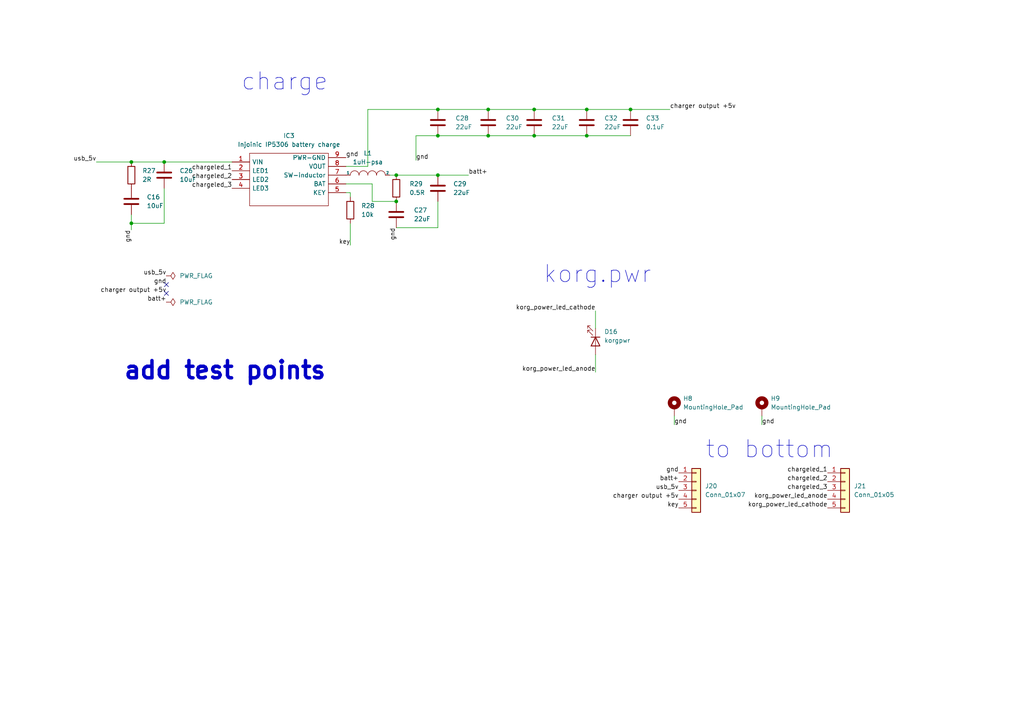
<source format=kicad_sch>
(kicad_sch (version 20211123) (generator eeschema)
  (paper "A4")
  (lib_symbols
    (symbol "Connector_Generic:Conn_01x05" (pin_names (offset 1.016) hide)
      (property "Reference" "J" (at 0 7.62 0))
      (property "Value" "Conn_01x05" (at 0 -7.62 0))
      (symbol "Conn_01x05_1_1"
        (rectangle (start -1.27 -4.953) (end 0 -5.207) (stroke (width 0.1524)))
        (rectangle (start -1.27 -2.413) (end 0 -2.667) (stroke (width 0.1524)))
        (rectangle (start -1.27 0.127) (end 0 -0.127) (stroke (width 0.1524)))
        (rectangle (start -1.27 2.667) (end 0 2.413) (stroke (width 0.1524)))
        (rectangle (start -1.27 5.207) (end 0 4.953) (stroke (width 0.1524)))
        (rectangle (start -1.27 6.35) (end 1.27 -6.35) (stroke (width 0.254)) (fill (type background)))
        (pin passive line (at -5.08 5.08 0) (length 3.81) (name "Pin_1") (number "1"))
        (pin passive line (at -5.08 2.54 0) (length 3.81) (name "Pin_2") (number "2"))
        (pin passive line (at -5.08 0 0) (length 3.81) (name "Pin_3") (number "3"))
        (pin passive line (at -5.08 -2.54 0) (length 3.81) (name "Pin_4") (number "4"))
        (pin passive line (at -5.08 -5.08 0) (length 3.81) (name "Pin_5") (number "5"))
      )
    )
    (symbol "Device:C" (pin_numbers hide) (pin_names (offset 0.254))
      (property "Reference" "C" (at 0.635 2.54 0))
      (property "Value" "C" (at 0.635 -2.54 0))
      (symbol "C_0_1"
        (polyline (pts (xy -2.032 -0.762) (xy 2.032 -0.762)) (stroke (width 0.508)))
        (polyline (pts (xy -2.032 0.762) (xy 2.032 0.762)) (stroke (width 0.508)))
      )
      (symbol "C_1_1"
        (pin passive line (at 0 3.81 270) (length 2.794) (name "~") (number "1"))
        (pin passive line (at 0 -3.81 90) (length 2.794) (name "~") (number "2"))
      )
    )
    (symbol "Device:LED" (pin_numbers hide) (pin_names (offset 1.016) hide)
      (property "Reference" "D" (at 0 2.54 0))
      (property "Value" "LED" (at 0 -2.54 0))
      (symbol "LED_0_1"
        (polyline (pts (xy -1.27 -1.27) (xy -1.27 1.27)) (stroke (width 0.254)))
        (polyline (pts (xy -1.27 0) (xy 1.27 0)))
        (polyline (pts (xy 1.27 -1.27) (xy 1.27 1.27) (xy -1.27 0) (xy 1.27 -1.27)) (stroke (width 0.254)))
        (polyline (pts (xy -3.048 -0.762) (xy -4.572 -2.286) (xy -3.81 -2.286) (xy -4.572 -2.286) (xy -4.572 -1.524)))
        (polyline (pts (xy -1.778 -0.762) (xy -3.302 -2.286) (xy -2.54 -2.286) (xy -3.302 -2.286) (xy -3.302 -1.524)))
      )
      (symbol "LED_1_1"
        (pin passive line (at -3.81 0 0) (length 2.54) (name "K") (number "1"))
        (pin passive line (at 3.81 0 180) (length 2.54) (name "A") (number "2"))
      )
    )
    (symbol "Device:R" (pin_numbers hide) (pin_names (offset 0))
      (property "Reference" "R" (at 2.032 0 90))
      (property "Value" "R" (at 0 0 90))
      (symbol "R_0_1"
        (rectangle (start -1.016 -2.54) (end 1.016 2.54) (stroke (width 0.254)))
      )
      (symbol "R_1_1"
        (pin passive line (at 0 3.81 270) (length 1.27) (name "~") (number "1"))
        (pin passive line (at 0 -3.81 90) (length 1.27) (name "~") (number "2"))
      )
    )
    (symbol "Mechanical:MountingHole_Pad" (pin_numbers hide) (pin_names (offset 1.016) hide)
      (property "Reference" "H" (at 0 6.35 0))
      (property "Value" "MountingHole_Pad" (at 0 4.445 0))
      (symbol "MountingHole_Pad_0_1"
        (circle (center 0 1.27) (radius 1.27) (stroke (width 1.27)))
      )
      (symbol "MountingHole_Pad_1_1"
        (pin input line (at 0 -2.54 90) (length 2.54) (name "1") (number "1"))
      )
    )
    (symbol "clarinoid2:Injoinic IP5306 battery charge" (pin_names (offset 0.762))
      (property "Reference" "IC" (at -11.43 10.16 0))
      (property "Value" "Injoinic IP5306 battery charge" (at -11.43 7.62 0))
      (symbol "Injoinic IP5306 battery charge_0_0"
        (pin power_in line (at -16.51 3.81 0) (length 5.08) (name "VIN") (number "1"))
        (pin output line (at -16.51 1.27 0) (length 5.08) (name "LED1") (number "2"))
        (pin output line (at -16.51 -1.27 0) (length 5.08) (name "LED2") (number "3"))
        (pin passive line (at -16.51 -3.81 0) (length 5.08) (name "LED3") (number "4"))
        (pin passive line (at 16.51 -5.08 180) (length 5.08) (name "KEY") (number "5"))
        (pin passive line (at 16.51 -2.54 180) (length 5.08) (name "BAT") (number "6"))
        (pin passive line (at 16.51 0 180) (length 5.08) (name "SW-inductor") (number "7"))
        (pin power_out line (at 16.51 2.54 180) (length 5.08) (name "VOUT") (number "8"))
        (pin power_out line (at 16.51 5.08 180) (length 5.08) (name "PWR-GND") (number "9"))
      )
      (symbol "Injoinic IP5306 battery charge_0_1"
        (polyline (pts (xy -11.43 6.35) (xy 11.43 6.35) (xy 11.43 -8.89) (xy -11.43 -8.89) (xy -11.43 6.35)) (stroke (width 0.1524)))
      )
    )
    (symbol "power:PWR_FLAG" (power) (pin_numbers hide) (pin_names (offset 0) hide)
      (property "Value" "PWR_FLAG" (at 0 3.81 0))
      (symbol "PWR_FLAG_0_0"
        (pin power_out line (at 0 0 90) (length 0) (name "pwr") (number "1"))
      )
      (symbol "PWR_FLAG_0_1"
        (polyline (pts (xy 0 0) (xy 0 1.27) (xy -1.016 1.905) (xy 0 2.54) (xy 1.016 1.905) (xy 0 1.27)))
      )
    )
    (symbol "pspice:INDUCTOR" (pin_numbers hide) (pin_names (offset 0))
      (property "Reference" "L" (at 0 2.54 0))
      (property "Value" "INDUCTOR" (at 0 -1.27 0))
      (symbol "INDUCTOR_0_1"
        (arc (start -2.54 0) (mid -3.81 1.27) (end -5.08 0))
        (arc (start 0 0) (mid -1.27 1.27) (end -2.54 0))
        (arc (start 2.54 0) (mid 1.27 1.27) (end 0 0))
        (arc (start 5.08 0) (mid 3.81 1.27) (end 2.54 0))
      )
      (symbol "INDUCTOR_1_1"
        (pin input line (at -6.35 0 0) (length 1.27) (name "1") (number "1"))
        (pin input line (at 6.35 0 180) (length 1.27) (name "2") (number "2"))
      )
    )
  )
  (junction (at 38.1 46.99))
  (junction (at 141.605 31.75))
  (junction (at 47.625 46.99))
  (junction (at 114.935 58.42))
  (junction (at 141.605 39.37))
  (junction (at 38.1 64.77))
  (junction (at 170.18 31.75))
  (junction (at 127 31.75))
  (junction (at 154.94 39.37))
  (junction (at 154.94 31.75))
  (junction (at 127 50.8))
  (junction (at 170.18 39.37))
  (junction (at 182.88 31.75))
  (junction (at 114.935 50.8))
  (junction (at 127 39.37))
  (no_connect (at 48.26 82.55))
  (no_connect (at 48.26 85.09))
  (wire (pts (xy 120.65 39.37) (xy 120.65 46.482)))
  (wire (pts (xy 47.625 64.77) (xy 38.1 64.77)))
  (wire (pts (xy 114.935 50.8) (xy 127 50.8)))
  (wire (pts (xy 127 66.04) (xy 127 58.42)))
  (wire (pts (xy 100.33 48.26) (xy 106.68 48.26)))
  (wire (pts (xy 38.1 64.77) (xy 38.1 66.675)))
  (wire (pts (xy 172.72 90.17) (xy 172.72 95.25)))
  (wire (pts (xy 101.6 71.12) (xy 101.6 64.77)))
  (wire (pts (xy 114.935 66.04) (xy 127 66.04)))
  (wire (pts (xy 38.1 62.23) (xy 38.1 64.77)))
  (wire (pts (xy 101.6 55.88) (xy 101.6 57.15)))
  (wire (pts (xy 182.88 39.37) (xy 170.18 39.37)))
  (wire (pts (xy 182.88 31.75) (xy 170.18 31.75)))
  (wire (pts (xy 141.605 31.75) (xy 127 31.75)))
  (wire (pts (xy 107.95 58.42) (xy 114.935 58.42)))
  (wire (pts (xy 107.95 53.34) (xy 107.95 58.42)))
  (wire (pts (xy 195.58 123.19) (xy 195.58 120.65)))
  (wire (pts (xy 170.18 31.75) (xy 154.94 31.75)))
  (wire (pts (xy 154.94 39.37) (xy 141.605 39.37)))
  (wire (pts (xy 194.31 31.75) (xy 182.88 31.75)))
  (wire (pts (xy 172.72 107.95) (xy 172.72 102.87)))
  (wire (pts (xy 27.94 46.99) (xy 38.1 46.99)))
  (wire (pts (xy 154.94 31.75) (xy 141.605 31.75)))
  (wire (pts (xy 127 39.37) (xy 120.65 39.37)))
  (wire (pts (xy 38.1 46.99) (xy 47.625 46.99)))
  (wire (pts (xy 106.68 48.26) (xy 106.68 31.75)))
  (wire (pts (xy 170.18 39.37) (xy 154.94 39.37)))
  (wire (pts (xy 106.68 31.75) (xy 127 31.75)))
  (wire (pts (xy 220.98 123.19) (xy 220.98 120.65)))
  (wire (pts (xy 141.605 39.37) (xy 127 39.37)))
  (wire (pts (xy 100.33 55.88) (xy 101.6 55.88)))
  (wire (pts (xy 47.625 54.61) (xy 47.625 64.77)))
  (wire (pts (xy 100.33 53.34) (xy 107.95 53.34)))
  (wire (pts (xy 113.03 50.8) (xy 114.935 50.8)))
  (wire (pts (xy 47.625 46.99) (xy 67.31 46.99)))
  (wire (pts (xy 127 50.8) (xy 135.89 50.8)))
  (text "to bottom" (at 204.47 133.35 0) (effects (font (size 5 5)) (justify left bottom)))
  (text "korg.pwr" (at 157.48 82.55 0) (effects (font (size 5 5)) (justify left bottom)))
  (text "add test points" (at 35.56 110.49 0) (effects (font (size 5 5) (thickness 1) bold) (justify left bottom)))
  (text "charge" (at 69.85 26.67 0) (effects (font (size 5 5)) (justify left bottom)))
  (label "usb_5v" (at 196.85 142.24 180))
  (label "chargeled_2" (at 67.31 52.07 180))
  (label "chargeled_2" (at 240.03 139.7 180))
  (label "chargeled_3" (at 67.31 54.61 180))
  (label "batt+" (at 48.26 87.63 180))
  (label "korg_power_led_cathode" (at 172.72 90.17 180))
  (label "chargeled_1" (at 67.31 49.53 180))
  (label "gnd" (at 38.1 66.675 270))
  (label "charger output +5v" (at 48.26 85.09 180))
  (label "gnd" (at 196.85 137.16 180))
  (label "usb_5v" (at 27.94 46.99 180))
  (label "gnd" (at 120.65 46.482 0))
  (label "gnd" (at 220.98 123.19 0))
  (label "charger output +5v" (at 196.85 144.78 180))
  (label "korg_power_led_cathode" (at 240.03 147.32 180))
  (label "usb_5v" (at 48.26 80.01 180))
  (label "charger output +5v" (at 194.31 31.75 0))
  (label "chargeled_3" (at 240.03 142.24 180))
  (label "gnd" (at 114.935 66.04 270))
  (label "gnd" (at 48.26 82.55 180))
  (label "chargeled_1" (at 240.03 137.16 180))
  (label "key" (at 101.6 71.12 180))
  (label "gnd" (at 195.58 123.19 0))
  (label "batt+" (at 196.85 139.7 180))
  (label "gnd" (at 100.33 45.72 0))
  (label "key" (at 196.85 147.32 180))
  (label "batt+" (at 135.89 50.8 0))
  (label "korg_power_led_anode" (at 240.03 144.78 180))
  (label "korg_power_led_anode" (at 172.72 107.95 180))
  (symbol (lib_id "Device:R") (at 38.1 50.8 0) (unit 1)
    (property "Reference" "R27" (at 41.275 49.5299 0) (effects (justify left)))
    (property "Value" "2R" (at 41.275 52.0699 0) (effects (justify left)))
    (property "Footprint" "Resistor_SMD:R_0603_1608Metric" (effects hide))
    (property "LCSC part number" "C22977" (effects hide))
    (property "verif" "1" (effects hide))
    (property "LCSC" "C22977" (effects hide))
  )
  (symbol (lib_id "pspice:INDUCTOR") (at 106.68 50.8 0) (unit 1)
    (property "Reference" "L1" (at 106.68 44.45 0))
    (property "Value" "1uH-psa" (at 106.68 46.99 0))
    (property "Footprint" "clarinoid2:Inductor_MCS0630-1R0MN2" (effects hide))
    (property "LCSC part number" "C385251" (effects hide))
    (property "verif" "1" (effects hide))
    (property "LCSC" "C385251" (effects hide))
  )
  (symbol (lib_id "clarinoid2:Injoinic IP5306 battery charge") (at 83.82 50.8 0) (unit 1)
    (property "Reference" "IC3" (at 83.82 39.37 0))
    (property "Value" "Injoinic IP5306 battery charge" (at 83.82 41.91 0))
    (property "Footprint" "clarinoid2:SOIC127P599X155-9N (IP5306)" (effects hide))
    (property "Datasheet" "http://www.injoinic.com/wwwroot/uploads/files/20200221/0405f23c247a34d3990ae100c8b20a27.pdf" (effects hide))
    (property "LCSC part number" "C181692" (effects hide))
    (property "verif" "1" (effects hide))
    (property "LCSC" "C181692" (effects hide))
  )
  (symbol (lib_id "Connector_Generic:Conn_01x05") (at 201.93 142.24 0) (unit 1) (in_bom no)
    (property "Reference" "J20" (at 204.47 140.9699 0) (effects (justify left)))
    (property "Value" "Conn_01x07" (at 204.47 143.5099 0) (effects (justify left)))
    (property "Footprint" "Connector_PinSocket_2.54mm:PinSocket_1x07_P2.54mm_Vertical" (effects hide))
  )
  (symbol (lib_id "Device:LED") (at 172.72 99.06 270) (unit 1)
    (property "Reference" "D16" (at 175.26 96.2024 90) (effects (justify left)))
    (property "Value" "korgpwr" (at 175.26 98.7424 90) (effects (justify left)))
    (property "Footprint" "LED_SMD:LED_0805_2012Metric" (effects hide))
    (property "LCSC part number" "C264424" (effects hide))
    (property "verif" "1" (effects hide))
    (property "LCSC" "C264424" (effects hide))
  )
  (symbol (lib_id "Device:R") (at 101.6 60.96 0) (unit 1)
    (property "Reference" "R28" (at 104.775 59.6899 0) (effects (justify left)))
    (property "Value" "10k" (at 104.775 62.2299 0) (effects (justify left)))
    (property "Footprint" "Resistor_SMD:R_0603_1608Metric" (effects hide))
    (property "LCSC part number" "C25804" (effects hide))
    (property "verif" "1" (effects hide))
    (property "LCSC" "C25804" (effects hide))
  )
  (symbol (lib_id "Device:C") (at 127 54.61 0) (unit 1)
    (property "Reference" "C29" (at 131.445 53.3399 0) (effects (justify left)))
    (property "Value" "22uF" (at 131.445 55.8799 0) (effects (justify left)))
    (property "Footprint" "Capacitor_SMD:C_1206_3216Metric" (effects hide))
    (property "LCSC part number" "C12891" (effects hide))
    (property "verif" "1" (effects hide))
    (property "LCSC" "C12891" (effects hide))
  )
  (symbol (lib_id "Device:C") (at 141.605 35.56 0) (unit 1)
    (property "Reference" "C30" (at 146.685 34.2899 0) (effects (justify left)))
    (property "Value" "22uF" (at 146.685 36.8299 0) (effects (justify left)))
    (property "Footprint" "Capacitor_SMD:C_1206_3216Metric" (effects hide))
    (property "LCSC part number" "C12891" (effects hide))
    (property "verif" "1" (effects hide))
    (property "LCSC" "C12891" (effects hide))
  )
  (symbol (lib_id "Mechanical:MountingHole_Pad") (at 220.98 118.11 0) (unit 1) (in_bom no)
    (property "Reference" "H9" (at 223.52 115.5699 0) (effects (justify left)))
    (property "Value" "MountingHole_Pad" (at 223.52 118.1099 0) (effects (justify left)))
    (property "Footprint" "MountingHole:MountingHole_3.2mm_M3" (effects hide))
  )
  (symbol (lib_id "power:PWR_FLAG") (at 48.26 80.01 270) (unit 1)
    (property "Reference" "#FLG0105" (effects hide))
    (property "Value" "PWR_FLAG" (at 52.07 80.0099 90) (effects (justify left)))
  )
  (symbol (lib_id "Device:C") (at 154.94 35.56 0) (unit 1)
    (property "Reference" "C31" (at 160.02 34.2899 0) (effects (justify left)))
    (property "Value" "22uF" (at 160.02 36.8299 0) (effects (justify left)))
    (property "Footprint" "Capacitor_SMD:C_0603_1608Metric" (effects hide))
    (property "LCSC part number" "C59461" (effects hide))
    (property "verif" "1" (effects hide))
    (property "LCSC" "C59461" (effects hide))
  )
  (symbol (lib_id "Connector_Generic:Conn_01x05") (at 245.11 142.24 0) (unit 1) (in_bom no)
    (property "Reference" "J21" (at 247.65 140.9699 0) (effects (justify left)))
    (property "Value" "Conn_01x05" (at 247.65 143.5099 0) (effects (justify left)))
    (property "Footprint" "Connector_PinSocket_2.54mm:PinSocket_1x05_P2.54mm_Vertical" (effects hide))
  )
  (symbol (lib_id "Device:C") (at 114.935 62.23 0) (unit 1)
    (property "Reference" "C27" (at 120.015 60.9599 0) (effects (justify left)))
    (property "Value" "22uF" (at 120.015 63.4999 0) (effects (justify left)))
    (property "Footprint" "Capacitor_SMD:C_1206_3216Metric" (effects hide))
    (property "LCSC part number" "C12891" (effects hide))
    (property "verif" "1" (effects hide))
    (property "LCSC" "C12891" (effects hide))
  )
  (symbol (lib_id "Mechanical:MountingHole_Pad") (at 195.58 118.11 0) (unit 1) (in_bom no)
    (property "Reference" "H8" (at 198.12 115.5699 0) (effects (justify left)))
    (property "Value" "MountingHole_Pad" (at 198.12 118.1099 0) (effects (justify left)))
    (property "Footprint" "MountingHole:MountingHole_3.2mm_M3" (effects hide))
  )
  (symbol (lib_id "power:PWR_FLAG") (at 48.26 87.63 270) (unit 1)
    (property "Reference" "#FLG0108" (effects hide))
    (property "Value" "PWR_FLAG" (at 52.07 87.6299 90) (effects (justify left)))
  )
  (symbol (lib_id "Device:C") (at 127 35.56 0) (unit 1)
    (property "Reference" "C28" (at 132.08 34.2899 0) (effects (justify left)))
    (property "Value" "22uF" (at 132.08 36.8299 0) (effects (justify left)))
    (property "Footprint" "Capacitor_SMD:C_1206_3216Metric" (effects hide))
    (property "LCSC part number" "C12891" (effects hide))
    (property "verif" "1" (effects hide))
    (property "LCSC" "C12891" (effects hide))
  )
  (symbol (lib_id "Device:C") (at 47.625 50.8 0) (unit 1)
    (property "Reference" "C26" (at 52.07 49.5299 0) (effects (justify left)))
    (property "Value" "10uF" (at 52.07 52.0699 0) (effects (justify left)))
    (property "Footprint" "Capacitor_SMD:C_1206_3216Metric" (effects hide))
    (property "LCSC part number" "C13585" (effects hide))
    (property "verif" "1" (effects hide))
    (property "LCSC" "C13585" (effects hide))
  )
  (symbol (lib_id "Device:C") (at 38.1 58.42 0) (unit 1)
    (property "Reference" "C16" (at 42.545 57.1499 0) (effects (justify left)))
    (property "Value" "10uF" (at 42.545 59.6899 0) (effects (justify left)))
    (property "Footprint" "Capacitor_SMD:C_1206_3216Metric" (effects hide))
    (property "LCSC part number" "C13585" (effects hide))
    (property "verif" "1" (effects hide))
    (property "LCSC" "C13585" (effects hide))
  )
  (symbol (lib_id "Device:C") (at 182.88 35.56 0) (unit 1)
    (property "Reference" "C33" (at 187.325 34.2899 0) (effects (justify left)))
    (property "Value" "0.1uF" (at 187.325 36.8299 0) (effects (justify left)))
    (property "Footprint" "Capacitor_SMD:C_1206_3216Metric" (effects hide))
    (property "LCSC part number" "C24497" (effects hide))
    (property "verif" "1" (effects hide))
    (property "LCSC" "C24497" (effects hide))
  )
  (symbol (lib_id "Device:R") (at 114.935 54.61 0) (unit 1)
    (property "Reference" "R29" (at 118.745 53.3399 0) (effects (justify left)))
    (property "Value" "0.5R" (at 118.745 55.8799 0) (effects (justify left)))
    (property "Footprint" "Resistor_SMD:R_0603_1608Metric" (effects hide))
    (property "LCSC part number" "C45312" (effects hide))
    (property "verif" "1" (effects hide))
    (property "LCSC" "C45312" (effects hide))
  )
  (symbol (lib_id "Device:C") (at 170.18 35.56 0) (unit 1)
    (property "Reference" "C32" (at 175.26 34.2899 0) (effects (justify left)))
    (property "Value" "22uF" (at 175.26 36.8299 0) (effects (justify left)))
    (property "Footprint" "Capacitor_SMD:C_0603_1608Metric" (effects hide))
    (property "LCSC part number" "C59461" (effects hide))
    (property "verif" "1" (effects hide))
    (property "LCSC" "C59461" (effects hide))
  )
)
</source>
